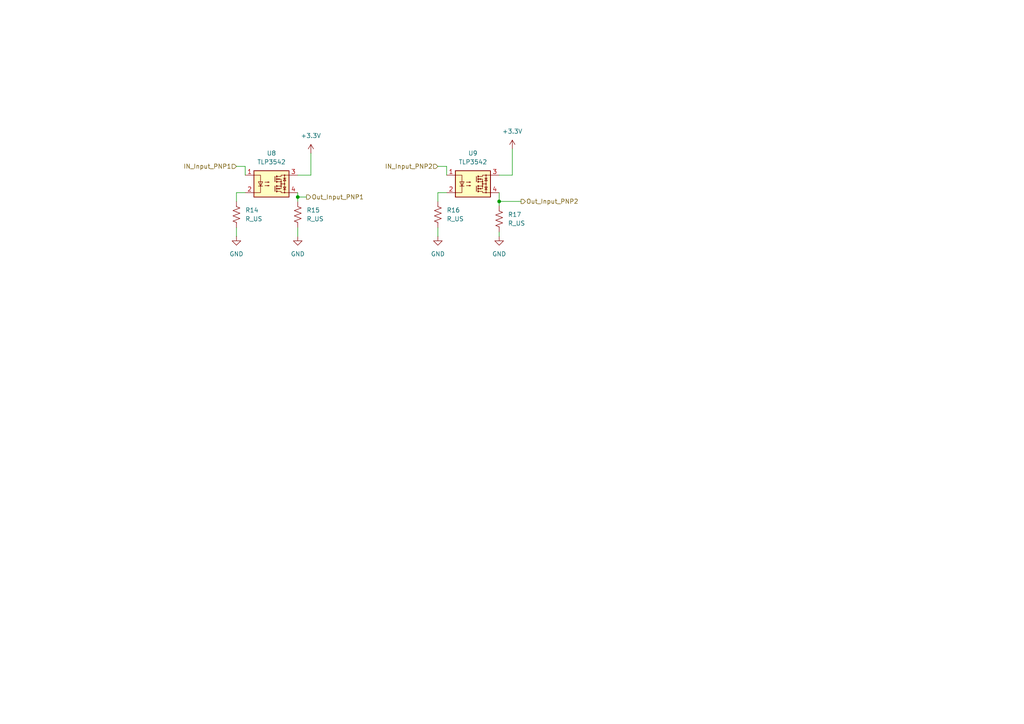
<source format=kicad_sch>
(kicad_sch
	(version 20250114)
	(generator "eeschema")
	(generator_version "9.0")
	(uuid "37ad42cf-50f1-4e75-9f87-f54ae3715310")
	(paper "A4")
	(lib_symbols
		(symbol "Device:R_US"
			(pin_numbers
				(hide yes)
			)
			(pin_names
				(offset 0)
			)
			(exclude_from_sim no)
			(in_bom yes)
			(on_board yes)
			(property "Reference" "R"
				(at 2.54 0 90)
				(effects
					(font
						(size 1.27 1.27)
					)
				)
			)
			(property "Value" "R_US"
				(at -2.54 0 90)
				(effects
					(font
						(size 1.27 1.27)
					)
				)
			)
			(property "Footprint" ""
				(at 1.016 -0.254 90)
				(effects
					(font
						(size 1.27 1.27)
					)
					(hide yes)
				)
			)
			(property "Datasheet" "~"
				(at 0 0 0)
				(effects
					(font
						(size 1.27 1.27)
					)
					(hide yes)
				)
			)
			(property "Description" "Resistor, US symbol"
				(at 0 0 0)
				(effects
					(font
						(size 1.27 1.27)
					)
					(hide yes)
				)
			)
			(property "ki_keywords" "R res resistor"
				(at 0 0 0)
				(effects
					(font
						(size 1.27 1.27)
					)
					(hide yes)
				)
			)
			(property "ki_fp_filters" "R_*"
				(at 0 0 0)
				(effects
					(font
						(size 1.27 1.27)
					)
					(hide yes)
				)
			)
			(symbol "R_US_0_1"
				(polyline
					(pts
						(xy 0 2.286) (xy 0 2.54)
					)
					(stroke
						(width 0)
						(type default)
					)
					(fill
						(type none)
					)
				)
				(polyline
					(pts
						(xy 0 2.286) (xy 1.016 1.905) (xy 0 1.524) (xy -1.016 1.143) (xy 0 0.762)
					)
					(stroke
						(width 0)
						(type default)
					)
					(fill
						(type none)
					)
				)
				(polyline
					(pts
						(xy 0 0.762) (xy 1.016 0.381) (xy 0 0) (xy -1.016 -0.381) (xy 0 -0.762)
					)
					(stroke
						(width 0)
						(type default)
					)
					(fill
						(type none)
					)
				)
				(polyline
					(pts
						(xy 0 -0.762) (xy 1.016 -1.143) (xy 0 -1.524) (xy -1.016 -1.905) (xy 0 -2.286)
					)
					(stroke
						(width 0)
						(type default)
					)
					(fill
						(type none)
					)
				)
				(polyline
					(pts
						(xy 0 -2.286) (xy 0 -2.54)
					)
					(stroke
						(width 0)
						(type default)
					)
					(fill
						(type none)
					)
				)
			)
			(symbol "R_US_1_1"
				(pin passive line
					(at 0 3.81 270)
					(length 1.27)
					(name "~"
						(effects
							(font
								(size 1.27 1.27)
							)
						)
					)
					(number "1"
						(effects
							(font
								(size 1.27 1.27)
							)
						)
					)
				)
				(pin passive line
					(at 0 -3.81 90)
					(length 1.27)
					(name "~"
						(effects
							(font
								(size 1.27 1.27)
							)
						)
					)
					(number "2"
						(effects
							(font
								(size 1.27 1.27)
							)
						)
					)
				)
			)
			(embedded_fonts no)
		)
		(symbol "TLP3542_1"
			(exclude_from_sim no)
			(in_bom yes)
			(on_board yes)
			(property "Reference" "U3"
				(at 0 8.89 0)
				(effects
					(font
						(size 1.27 1.27)
					)
				)
			)
			(property "Value" "TLP3542"
				(at 0 6.35 0)
				(effects
					(font
						(size 1.27 1.27)
					)
				)
			)
			(property "Footprint" "Package_SO:SOP-4_3.8x4.1mm_P2.54mm"
				(at 0 -7.62 0)
				(effects
					(font
						(size 1.27 1.27)
					)
					(hide yes)
				)
			)
			(property "Datasheet" "https://toshiba.semicon-storage.com/info/docget.jsp?did=1284&prodName=TLP3542"
				(at 0 0 0)
				(effects
					(font
						(size 1.27 1.27)
					)
					(hide yes)
				)
			)
			(property "Description" "Photo MOSFET optically coupled, ON 4A, 50mohm, OFF state 20V, Isolation 2500 VRMS, DIP-5-6"
				(at 0 0 0)
				(effects
					(font
						(size 1.27 1.27)
					)
					(hide yes)
				)
			)
			(property "ki_keywords" "photocouplers photorelay solidstate relay normally opened (1-Form-A)"
				(at 0 0 0)
				(effects
					(font
						(size 1.27 1.27)
					)
					(hide yes)
				)
			)
			(property "ki_fp_filters" "DIP*W7.62mm*"
				(at 0 0 0)
				(effects
					(font
						(size 1.27 1.27)
					)
					(hide yes)
				)
			)
			(symbol "TLP3542_1_0_1"
				(rectangle
					(start -5.08 3.81)
					(end 5.08 -3.81)
					(stroke
						(width 0.254)
						(type default)
					)
					(fill
						(type background)
					)
				)
				(polyline
					(pts
						(xy -5.08 2.54) (xy -3.175 2.54) (xy -3.175 -2.54) (xy -5.08 -2.54)
					)
					(stroke
						(width 0)
						(type default)
					)
					(fill
						(type none)
					)
				)
				(polyline
					(pts
						(xy -3.81 -0.635) (xy -2.54 -0.635)
					)
					(stroke
						(width 0)
						(type default)
					)
					(fill
						(type none)
					)
				)
				(polyline
					(pts
						(xy -3.175 -0.635) (xy -3.81 0.635) (xy -2.54 0.635) (xy -3.175 -0.635)
					)
					(stroke
						(width 0)
						(type default)
					)
					(fill
						(type none)
					)
				)
				(polyline
					(pts
						(xy -1.905 0.508) (xy -0.635 0.508) (xy -1.016 0.381) (xy -1.016 0.635) (xy -0.635 0.508)
					)
					(stroke
						(width 0)
						(type default)
					)
					(fill
						(type none)
					)
				)
				(polyline
					(pts
						(xy -1.905 -0.508) (xy -0.635 -0.508) (xy -1.016 -0.635) (xy -1.016 -0.381) (xy -0.635 -0.508)
					)
					(stroke
						(width 0)
						(type default)
					)
					(fill
						(type none)
					)
				)
				(polyline
					(pts
						(xy 1.016 2.159) (xy 1.016 0.635)
					)
					(stroke
						(width 0.2032)
						(type default)
					)
					(fill
						(type none)
					)
				)
				(polyline
					(pts
						(xy 1.016 -0.635) (xy 1.016 -2.159)
					)
					(stroke
						(width 0.2032)
						(type default)
					)
					(fill
						(type none)
					)
				)
				(polyline
					(pts
						(xy 1.524 2.286) (xy 1.524 2.032) (xy 1.524 2.032)
					)
					(stroke
						(width 0.3556)
						(type default)
					)
					(fill
						(type none)
					)
				)
				(polyline
					(pts
						(xy 1.524 1.524) (xy 1.524 1.27) (xy 1.524 1.27)
					)
					(stroke
						(width 0.3556)
						(type default)
					)
					(fill
						(type none)
					)
				)
				(polyline
					(pts
						(xy 1.524 0.762) (xy 1.524 0.508) (xy 1.524 0.508)
					)
					(stroke
						(width 0.3556)
						(type default)
					)
					(fill
						(type none)
					)
				)
				(polyline
					(pts
						(xy 1.524 -0.508) (xy 1.524 -0.762)
					)
					(stroke
						(width 0.3556)
						(type default)
					)
					(fill
						(type none)
					)
				)
				(polyline
					(pts
						(xy 1.524 -1.27) (xy 1.524 -1.524) (xy 1.524 -1.524)
					)
					(stroke
						(width 0.3556)
						(type default)
					)
					(fill
						(type none)
					)
				)
				(polyline
					(pts
						(xy 1.524 -2.032) (xy 1.524 -2.286) (xy 1.524 -2.286)
					)
					(stroke
						(width 0.3556)
						(type default)
					)
					(fill
						(type none)
					)
				)
				(polyline
					(pts
						(xy 1.651 2.159) (xy 2.794 2.159) (xy 2.794 2.54) (xy 5.08 2.54)
					)
					(stroke
						(width 0)
						(type default)
					)
					(fill
						(type none)
					)
				)
				(polyline
					(pts
						(xy 1.651 1.397) (xy 2.794 1.397) (xy 2.794 0.635)
					)
					(stroke
						(width 0)
						(type default)
					)
					(fill
						(type none)
					)
				)
				(polyline
					(pts
						(xy 1.651 -0.635) (xy 2.794 -0.635) (xy 2.794 0.635) (xy 1.651 0.635)
					)
					(stroke
						(width 0)
						(type default)
					)
					(fill
						(type none)
					)
				)
				(polyline
					(pts
						(xy 1.651 -1.397) (xy 2.794 -1.397) (xy 2.794 -0.635)
					)
					(stroke
						(width 0)
						(type default)
					)
					(fill
						(type none)
					)
				)
				(polyline
					(pts
						(xy 1.651 -2.159) (xy 2.794 -2.159) (xy 2.794 -2.54) (xy 5.08 -2.54)
					)
					(stroke
						(width 0)
						(type default)
					)
					(fill
						(type none)
					)
				)
				(polyline
					(pts
						(xy 1.778 1.397) (xy 2.286 1.524) (xy 2.286 1.27) (xy 1.778 1.397)
					)
					(stroke
						(width 0)
						(type default)
					)
					(fill
						(type none)
					)
				)
				(polyline
					(pts
						(xy 1.778 -1.397) (xy 2.286 -1.27) (xy 2.286 -1.524) (xy 1.778 -1.397)
					)
					(stroke
						(width 0)
						(type default)
					)
					(fill
						(type none)
					)
				)
				(circle
					(center 2.794 0.635)
					(radius 0.127)
					(stroke
						(width 0)
						(type default)
					)
					(fill
						(type none)
					)
				)
				(polyline
					(pts
						(xy 2.794 0) (xy 3.81 0)
					)
					(stroke
						(width 0)
						(type default)
					)
					(fill
						(type none)
					)
				)
				(circle
					(center 2.794 0)
					(radius 0.127)
					(stroke
						(width 0)
						(type default)
					)
					(fill
						(type none)
					)
				)
				(circle
					(center 2.794 -0.635)
					(radius 0.127)
					(stroke
						(width 0)
						(type default)
					)
					(fill
						(type none)
					)
				)
				(polyline
					(pts
						(xy 3.429 1.651) (xy 4.191 1.651)
					)
					(stroke
						(width 0)
						(type default)
					)
					(fill
						(type none)
					)
				)
				(polyline
					(pts
						(xy 3.429 -1.651) (xy 4.191 -1.651)
					)
					(stroke
						(width 0)
						(type default)
					)
					(fill
						(type none)
					)
				)
				(circle
					(center 3.81 2.54)
					(radius 0.127)
					(stroke
						(width 0)
						(type default)
					)
					(fill
						(type none)
					)
				)
				(polyline
					(pts
						(xy 3.81 1.651) (xy 3.429 0.889) (xy 4.191 0.889) (xy 3.81 1.651)
					)
					(stroke
						(width 0)
						(type default)
					)
					(fill
						(type none)
					)
				)
				(circle
					(center 3.81 0)
					(radius 0.127)
					(stroke
						(width 0)
						(type default)
					)
					(fill
						(type none)
					)
				)
				(polyline
					(pts
						(xy 3.81 -1.651) (xy 3.429 -0.889) (xy 4.191 -0.889) (xy 3.81 -1.651)
					)
					(stroke
						(width 0)
						(type default)
					)
					(fill
						(type none)
					)
				)
				(polyline
					(pts
						(xy 3.81 -2.54) (xy 3.81 2.54)
					)
					(stroke
						(width 0)
						(type default)
					)
					(fill
						(type none)
					)
				)
				(circle
					(center 3.81 -2.54)
					(radius 0.127)
					(stroke
						(width 0)
						(type default)
					)
					(fill
						(type none)
					)
				)
			)
			(symbol "TLP3542_1_1_1"
				(pin passive line
					(at -7.62 2.54 0)
					(length 2.54)
					(name "~"
						(effects
							(font
								(size 1.27 1.27)
							)
						)
					)
					(number "1"
						(effects
							(font
								(size 1.27 1.27)
							)
						)
					)
				)
				(pin passive line
					(at -7.62 -2.54 0)
					(length 2.54)
					(name "~"
						(effects
							(font
								(size 1.27 1.27)
							)
						)
					)
					(number "2"
						(effects
							(font
								(size 1.27 1.27)
							)
						)
					)
				)
				(pin no_connect line
					(at -5.08 0 0)
					(length 2.54)
					(hide yes)
					(name "~"
						(effects
							(font
								(size 1.27 1.27)
							)
						)
					)
					(number "3"
						(effects
							(font
								(size 1.27 1.27)
							)
						)
					)
				)
				(pin passive line
					(at 7.62 2.54 180)
					(length 2.54)
					(name "~"
						(effects
							(font
								(size 1.27 1.27)
							)
						)
					)
					(number "3"
						(effects
							(font
								(size 1.27 1.27)
							)
						)
					)
				)
				(pin passive line
					(at 7.62 -2.54 180)
					(length 2.54)
					(name "~"
						(effects
							(font
								(size 1.27 1.27)
							)
						)
					)
					(number "4"
						(effects
							(font
								(size 1.27 1.27)
							)
						)
					)
				)
			)
			(embedded_fonts no)
		)
		(symbol "TLP3542_2"
			(exclude_from_sim no)
			(in_bom yes)
			(on_board yes)
			(property "Reference" "U3"
				(at 0 8.89 0)
				(effects
					(font
						(size 1.27 1.27)
					)
				)
			)
			(property "Value" "TLP3542"
				(at 0 6.35 0)
				(effects
					(font
						(size 1.27 1.27)
					)
				)
			)
			(property "Footprint" "Package_SO:SOP-4_3.8x4.1mm_P2.54mm"
				(at 0 -7.62 0)
				(effects
					(font
						(size 1.27 1.27)
					)
					(hide yes)
				)
			)
			(property "Datasheet" "https://toshiba.semicon-storage.com/info/docget.jsp?did=1284&prodName=TLP3542"
				(at 0 0 0)
				(effects
					(font
						(size 1.27 1.27)
					)
					(hide yes)
				)
			)
			(property "Description" "Photo MOSFET optically coupled, ON 4A, 50mohm, OFF state 20V, Isolation 2500 VRMS, DIP-5-6"
				(at 0 0 0)
				(effects
					(font
						(size 1.27 1.27)
					)
					(hide yes)
				)
			)
			(property "ki_keywords" "photocouplers photorelay solidstate relay normally opened (1-Form-A)"
				(at 0 0 0)
				(effects
					(font
						(size 1.27 1.27)
					)
					(hide yes)
				)
			)
			(property "ki_fp_filters" "DIP*W7.62mm*"
				(at 0 0 0)
				(effects
					(font
						(size 1.27 1.27)
					)
					(hide yes)
				)
			)
			(symbol "TLP3542_2_0_1"
				(rectangle
					(start -5.08 3.81)
					(end 5.08 -3.81)
					(stroke
						(width 0.254)
						(type default)
					)
					(fill
						(type background)
					)
				)
				(polyline
					(pts
						(xy -5.08 2.54) (xy -3.175 2.54) (xy -3.175 -2.54) (xy -5.08 -2.54)
					)
					(stroke
						(width 0)
						(type default)
					)
					(fill
						(type none)
					)
				)
				(polyline
					(pts
						(xy -3.81 -0.635) (xy -2.54 -0.635)
					)
					(stroke
						(width 0)
						(type default)
					)
					(fill
						(type none)
					)
				)
				(polyline
					(pts
						(xy -3.175 -0.635) (xy -3.81 0.635) (xy -2.54 0.635) (xy -3.175 -0.635)
					)
					(stroke
						(width 0)
						(type default)
					)
					(fill
						(type none)
					)
				)
				(polyline
					(pts
						(xy -1.905 0.508) (xy -0.635 0.508) (xy -1.016 0.381) (xy -1.016 0.635) (xy -0.635 0.508)
					)
					(stroke
						(width 0)
						(type default)
					)
					(fill
						(type none)
					)
				)
				(polyline
					(pts
						(xy -1.905 -0.508) (xy -0.635 -0.508) (xy -1.016 -0.635) (xy -1.016 -0.381) (xy -0.635 -0.508)
					)
					(stroke
						(width 0)
						(type default)
					)
					(fill
						(type none)
					)
				)
				(polyline
					(pts
						(xy 1.016 2.159) (xy 1.016 0.635)
					)
					(stroke
						(width 0.2032)
						(type default)
					)
					(fill
						(type none)
					)
				)
				(polyline
					(pts
						(xy 1.016 -0.635) (xy 1.016 -2.159)
					)
					(stroke
						(width 0.2032)
						(type default)
					)
					(fill
						(type none)
					)
				)
				(polyline
					(pts
						(xy 1.524 2.286) (xy 1.524 2.032) (xy 1.524 2.032)
					)
					(stroke
						(width 0.3556)
						(type default)
					)
					(fill
						(type none)
					)
				)
				(polyline
					(pts
						(xy 1.524 1.524) (xy 1.524 1.27) (xy 1.524 1.27)
					)
					(stroke
						(width 0.3556)
						(type default)
					)
					(fill
						(type none)
					)
				)
				(polyline
					(pts
						(xy 1.524 0.762) (xy 1.524 0.508) (xy 1.524 0.508)
					)
					(stroke
						(width 0.3556)
						(type default)
					)
					(fill
						(type none)
					)
				)
				(polyline
					(pts
						(xy 1.524 -0.508) (xy 1.524 -0.762)
					)
					(stroke
						(width 0.3556)
						(type default)
					)
					(fill
						(type none)
					)
				)
				(polyline
					(pts
						(xy 1.524 -1.27) (xy 1.524 -1.524) (xy 1.524 -1.524)
					)
					(stroke
						(width 0.3556)
						(type default)
					)
					(fill
						(type none)
					)
				)
				(polyline
					(pts
						(xy 1.524 -2.032) (xy 1.524 -2.286) (xy 1.524 -2.286)
					)
					(stroke
						(width 0.3556)
						(type default)
					)
					(fill
						(type none)
					)
				)
				(polyline
					(pts
						(xy 1.651 2.159) (xy 2.794 2.159) (xy 2.794 2.54) (xy 5.08 2.54)
					)
					(stroke
						(width 0)
						(type default)
					)
					(fill
						(type none)
					)
				)
				(polyline
					(pts
						(xy 1.651 1.397) (xy 2.794 1.397) (xy 2.794 0.635)
					)
					(stroke
						(width 0)
						(type default)
					)
					(fill
						(type none)
					)
				)
				(polyline
					(pts
						(xy 1.651 -0.635) (xy 2.794 -0.635) (xy 2.794 0.635) (xy 1.651 0.635)
					)
					(stroke
						(width 0)
						(type default)
					)
					(fill
						(type none)
					)
				)
				(polyline
					(pts
						(xy 1.651 -1.397) (xy 2.794 -1.397) (xy 2.794 -0.635)
					)
					(stroke
						(width 0)
						(type default)
					)
					(fill
						(type none)
					)
				)
				(polyline
					(pts
						(xy 1.651 -2.159) (xy 2.794 -2.159) (xy 2.794 -2.54) (xy 5.08 -2.54)
					)
					(stroke
						(width 0)
						(type default)
					)
					(fill
						(type none)
					)
				)
				(polyline
					(pts
						(xy 1.778 1.397) (xy 2.286 1.524) (xy 2.286 1.27) (xy 1.778 1.397)
					)
					(stroke
						(width 0)
						(type default)
					)
					(fill
						(type none)
					)
				)
				(polyline
					(pts
						(xy 1.778 -1.397) (xy 2.286 -1.27) (xy 2.286 -1.524) (xy 1.778 -1.397)
					)
					(stroke
						(width 0)
						(type default)
					)
					(fill
						(type none)
					)
				)
				(circle
					(center 2.794 0.635)
					(radius 0.127)
					(stroke
						(width 0)
						(type default)
					)
					(fill
						(type none)
					)
				)
				(polyline
					(pts
						(xy 2.794 0) (xy 3.81 0)
					)
					(stroke
						(width 0)
						(type default)
					)
					(fill
						(type none)
					)
				)
				(circle
					(center 2.794 0)
					(radius 0.127)
					(stroke
						(width 0)
						(type default)
					)
					(fill
						(type none)
					)
				)
				(circle
					(center 2.794 -0.635)
					(radius 0.127)
					(stroke
						(width 0)
						(type default)
					)
					(fill
						(type none)
					)
				)
				(polyline
					(pts
						(xy 3.429 1.651) (xy 4.191 1.651)
					)
					(stroke
						(width 0)
						(type default)
					)
					(fill
						(type none)
					)
				)
				(polyline
					(pts
						(xy 3.429 -1.651) (xy 4.191 -1.651)
					)
					(stroke
						(width 0)
						(type default)
					)
					(fill
						(type none)
					)
				)
				(circle
					(center 3.81 2.54)
					(radius 0.127)
					(stroke
						(width 0)
						(type default)
					)
					(fill
						(type none)
					)
				)
				(polyline
					(pts
						(xy 3.81 1.651) (xy 3.429 0.889) (xy 4.191 0.889) (xy 3.81 1.651)
					)
					(stroke
						(width 0)
						(type default)
					)
					(fill
						(type none)
					)
				)
				(circle
					(center 3.81 0)
					(radius 0.127)
					(stroke
						(width 0)
						(type default)
					)
					(fill
						(type none)
					)
				)
				(polyline
					(pts
						(xy 3.81 -1.651) (xy 3.429 -0.889) (xy 4.191 -0.889) (xy 3.81 -1.651)
					)
					(stroke
						(width 0)
						(type default)
					)
					(fill
						(type none)
					)
				)
				(polyline
					(pts
						(xy 3.81 -2.54) (xy 3.81 2.54)
					)
					(stroke
						(width 0)
						(type default)
					)
					(fill
						(type none)
					)
				)
				(circle
					(center 3.81 -2.54)
					(radius 0.127)
					(stroke
						(width 0)
						(type default)
					)
					(fill
						(type none)
					)
				)
			)
			(symbol "TLP3542_2_1_1"
				(pin passive line
					(at -7.62 2.54 0)
					(length 2.54)
					(name "~"
						(effects
							(font
								(size 1.27 1.27)
							)
						)
					)
					(number "1"
						(effects
							(font
								(size 1.27 1.27)
							)
						)
					)
				)
				(pin passive line
					(at -7.62 -2.54 0)
					(length 2.54)
					(name "~"
						(effects
							(font
								(size 1.27 1.27)
							)
						)
					)
					(number "2"
						(effects
							(font
								(size 1.27 1.27)
							)
						)
					)
				)
				(pin no_connect line
					(at -5.08 0 0)
					(length 2.54)
					(hide yes)
					(name "~"
						(effects
							(font
								(size 1.27 1.27)
							)
						)
					)
					(number "3"
						(effects
							(font
								(size 1.27 1.27)
							)
						)
					)
				)
				(pin passive line
					(at 7.62 2.54 180)
					(length 2.54)
					(name "~"
						(effects
							(font
								(size 1.27 1.27)
							)
						)
					)
					(number "3"
						(effects
							(font
								(size 1.27 1.27)
							)
						)
					)
				)
				(pin passive line
					(at 7.62 -2.54 180)
					(length 2.54)
					(name "~"
						(effects
							(font
								(size 1.27 1.27)
							)
						)
					)
					(number "4"
						(effects
							(font
								(size 1.27 1.27)
							)
						)
					)
				)
			)
			(embedded_fonts no)
		)
		(symbol "power:+3.3V"
			(power)
			(pin_numbers
				(hide yes)
			)
			(pin_names
				(offset 0)
				(hide yes)
			)
			(exclude_from_sim no)
			(in_bom yes)
			(on_board yes)
			(property "Reference" "#PWR"
				(at 0 -3.81 0)
				(effects
					(font
						(size 1.27 1.27)
					)
					(hide yes)
				)
			)
			(property "Value" "+3.3V"
				(at 0 3.556 0)
				(effects
					(font
						(size 1.27 1.27)
					)
				)
			)
			(property "Footprint" ""
				(at 0 0 0)
				(effects
					(font
						(size 1.27 1.27)
					)
					(hide yes)
				)
			)
			(property "Datasheet" ""
				(at 0 0 0)
				(effects
					(font
						(size 1.27 1.27)
					)
					(hide yes)
				)
			)
			(property "Description" "Power symbol creates a global label with name \"+3.3V\""
				(at 0 0 0)
				(effects
					(font
						(size 1.27 1.27)
					)
					(hide yes)
				)
			)
			(property "ki_keywords" "global power"
				(at 0 0 0)
				(effects
					(font
						(size 1.27 1.27)
					)
					(hide yes)
				)
			)
			(symbol "+3.3V_0_1"
				(polyline
					(pts
						(xy -0.762 1.27) (xy 0 2.54)
					)
					(stroke
						(width 0)
						(type default)
					)
					(fill
						(type none)
					)
				)
				(polyline
					(pts
						(xy 0 2.54) (xy 0.762 1.27)
					)
					(stroke
						(width 0)
						(type default)
					)
					(fill
						(type none)
					)
				)
				(polyline
					(pts
						(xy 0 0) (xy 0 2.54)
					)
					(stroke
						(width 0)
						(type default)
					)
					(fill
						(type none)
					)
				)
			)
			(symbol "+3.3V_1_1"
				(pin power_in line
					(at 0 0 90)
					(length 0)
					(name "~"
						(effects
							(font
								(size 1.27 1.27)
							)
						)
					)
					(number "1"
						(effects
							(font
								(size 1.27 1.27)
							)
						)
					)
				)
			)
			(embedded_fonts no)
		)
		(symbol "power:GND"
			(power)
			(pin_numbers
				(hide yes)
			)
			(pin_names
				(offset 0)
				(hide yes)
			)
			(exclude_from_sim no)
			(in_bom yes)
			(on_board yes)
			(property "Reference" "#PWR"
				(at 0 -6.35 0)
				(effects
					(font
						(size 1.27 1.27)
					)
					(hide yes)
				)
			)
			(property "Value" "GND"
				(at 0 -3.81 0)
				(effects
					(font
						(size 1.27 1.27)
					)
				)
			)
			(property "Footprint" ""
				(at 0 0 0)
				(effects
					(font
						(size 1.27 1.27)
					)
					(hide yes)
				)
			)
			(property "Datasheet" ""
				(at 0 0 0)
				(effects
					(font
						(size 1.27 1.27)
					)
					(hide yes)
				)
			)
			(property "Description" "Power symbol creates a global label with name \"GND\" , ground"
				(at 0 0 0)
				(effects
					(font
						(size 1.27 1.27)
					)
					(hide yes)
				)
			)
			(property "ki_keywords" "global power"
				(at 0 0 0)
				(effects
					(font
						(size 1.27 1.27)
					)
					(hide yes)
				)
			)
			(symbol "GND_0_1"
				(polyline
					(pts
						(xy 0 0) (xy 0 -1.27) (xy 1.27 -1.27) (xy 0 -2.54) (xy -1.27 -1.27) (xy 0 -1.27)
					)
					(stroke
						(width 0)
						(type default)
					)
					(fill
						(type none)
					)
				)
			)
			(symbol "GND_1_1"
				(pin power_in line
					(at 0 0 270)
					(length 0)
					(name "~"
						(effects
							(font
								(size 1.27 1.27)
							)
						)
					)
					(number "1"
						(effects
							(font
								(size 1.27 1.27)
							)
						)
					)
				)
			)
			(embedded_fonts no)
		)
	)
	(junction
		(at 86.36 57.15)
		(diameter 0)
		(color 0 0 0 0)
		(uuid "42d36088-8259-4591-a329-588a90b5911e")
	)
	(junction
		(at 144.78 58.42)
		(diameter 0)
		(color 0 0 0 0)
		(uuid "900105a4-ab2e-4998-baf2-1ed6d1f45010")
	)
	(wire
		(pts
			(xy 86.36 57.15) (xy 88.9 57.15)
		)
		(stroke
			(width 0)
			(type default)
		)
		(uuid "0c423c32-2183-48d4-9bbc-0761090ac006")
	)
	(wire
		(pts
			(xy 71.12 55.88) (xy 68.58 55.88)
		)
		(stroke
			(width 0)
			(type default)
		)
		(uuid "176b50ed-3d97-4202-bdb0-782e3ebd4366")
	)
	(wire
		(pts
			(xy 129.54 50.8) (xy 129.54 48.26)
		)
		(stroke
			(width 0)
			(type default)
		)
		(uuid "23c97e3e-7c8d-4c0f-94ee-7175dea7cbf3")
	)
	(wire
		(pts
			(xy 144.78 55.88) (xy 144.78 58.42)
		)
		(stroke
			(width 0)
			(type default)
		)
		(uuid "3857bd86-858d-441a-a79b-27d3a190c2b9")
	)
	(wire
		(pts
			(xy 144.78 67.31) (xy 144.78 68.58)
		)
		(stroke
			(width 0)
			(type default)
		)
		(uuid "4b5a4a46-fb44-4f3c-9567-11ec69f6b075")
	)
	(wire
		(pts
			(xy 127 55.88) (xy 127 58.42)
		)
		(stroke
			(width 0)
			(type default)
		)
		(uuid "4da0e19a-99dd-4598-a8a0-d08362f34737")
	)
	(wire
		(pts
			(xy 86.36 57.15) (xy 86.36 58.42)
		)
		(stroke
			(width 0)
			(type default)
		)
		(uuid "5dea6138-1fbb-4bfa-9c9b-5dcdc94ca9a5")
	)
	(wire
		(pts
			(xy 129.54 55.88) (xy 127 55.88)
		)
		(stroke
			(width 0)
			(type default)
		)
		(uuid "63a32587-1b6b-4dad-98d4-c86be5d854cc")
	)
	(wire
		(pts
			(xy 129.54 48.26) (xy 127 48.26)
		)
		(stroke
			(width 0)
			(type default)
		)
		(uuid "7a68f801-d852-4b67-9bee-d8545af5f2e7")
	)
	(wire
		(pts
			(xy 144.78 58.42) (xy 151.13 58.42)
		)
		(stroke
			(width 0)
			(type default)
		)
		(uuid "841039e5-3686-4f28-9336-612600522eec")
	)
	(wire
		(pts
			(xy 71.12 50.8) (xy 71.12 48.26)
		)
		(stroke
			(width 0)
			(type default)
		)
		(uuid "84d0ac18-a8de-4c9f-9e39-83feeeb7a626")
	)
	(wire
		(pts
			(xy 71.12 48.26) (xy 68.58 48.26)
		)
		(stroke
			(width 0)
			(type default)
		)
		(uuid "96dfe910-a222-42f9-b47a-1104c71baa5b")
	)
	(wire
		(pts
			(xy 90.17 50.8) (xy 86.36 50.8)
		)
		(stroke
			(width 0)
			(type default)
		)
		(uuid "b5dc6c1d-6409-43ad-bcd6-5210df74d9f9")
	)
	(wire
		(pts
			(xy 68.58 55.88) (xy 68.58 58.42)
		)
		(stroke
			(width 0)
			(type default)
		)
		(uuid "b7e04747-3446-47c3-bff1-dff9115cc16c")
	)
	(wire
		(pts
			(xy 86.36 55.88) (xy 86.36 57.15)
		)
		(stroke
			(width 0)
			(type default)
		)
		(uuid "e2cf2663-ff79-4e75-9497-bfed69ab1cfb")
	)
	(wire
		(pts
			(xy 148.59 50.8) (xy 144.78 50.8)
		)
		(stroke
			(width 0)
			(type default)
		)
		(uuid "e34fc15b-6a9f-4615-835d-7fa12b705752")
	)
	(wire
		(pts
			(xy 127 66.04) (xy 127 68.58)
		)
		(stroke
			(width 0)
			(type default)
		)
		(uuid "e5fb5333-0d30-4e34-adb4-575a2e450588")
	)
	(wire
		(pts
			(xy 148.59 43.18) (xy 148.59 50.8)
		)
		(stroke
			(width 0)
			(type default)
		)
		(uuid "ead27c04-2898-4c80-a7d4-51400a238a6d")
	)
	(wire
		(pts
			(xy 68.58 66.04) (xy 68.58 68.58)
		)
		(stroke
			(width 0)
			(type default)
		)
		(uuid "f00ab264-6d14-4447-a6fe-1289f91738e7")
	)
	(wire
		(pts
			(xy 90.17 44.45) (xy 90.17 50.8)
		)
		(stroke
			(width 0)
			(type default)
		)
		(uuid "f242876a-6232-45ea-907a-415d0818fa24")
	)
	(wire
		(pts
			(xy 86.36 68.58) (xy 86.36 66.04)
		)
		(stroke
			(width 0)
			(type default)
		)
		(uuid "fa7f3eb7-a425-48be-8328-d29149163a2e")
	)
	(wire
		(pts
			(xy 144.78 58.42) (xy 144.78 59.69)
		)
		(stroke
			(width 0)
			(type default)
		)
		(uuid "fe55cb5c-2302-4204-a1ba-324d32c10ae3")
	)
	(hierarchical_label "Out_Input_PNP1"
		(shape output)
		(at 88.9 57.15 0)
		(effects
			(font
				(size 1.27 1.27)
			)
			(justify left)
		)
		(uuid "80ffc2e1-cdde-4bf2-93cf-15b6b5518d13")
	)
	(hierarchical_label "IN_Input_PNP2"
		(shape input)
		(at 127 48.26 180)
		(effects
			(font
				(size 1.27 1.27)
			)
			(justify right)
		)
		(uuid "88696d0f-402c-46d7-bb73-f3c62faeec4a")
	)
	(hierarchical_label "Out_Input_PNP2"
		(shape output)
		(at 151.13 58.42 0)
		(effects
			(font
				(size 1.27 1.27)
			)
			(justify left)
		)
		(uuid "9d720a60-8475-4b4f-ac86-7e13fd367dc8")
	)
	(hierarchical_label "IN_Input_PNP1"
		(shape input)
		(at 68.58 48.26 180)
		(effects
			(font
				(size 1.27 1.27)
			)
			(justify right)
		)
		(uuid "c14d16a4-8c9d-4269-afe5-ff1186125d67")
	)
	(symbol
		(lib_id "power:GND")
		(at 68.58 68.58 0)
		(unit 1)
		(exclude_from_sim no)
		(in_bom yes)
		(on_board yes)
		(dnp no)
		(fields_autoplaced yes)
		(uuid "045ebbe4-c507-4b1c-8b08-8326d715817d")
		(property "Reference" "#PWR037"
			(at 68.58 74.93 0)
			(effects
				(font
					(size 1.27 1.27)
				)
				(hide yes)
			)
		)
		(property "Value" "GND"
			(at 68.58 73.66 0)
			(effects
				(font
					(size 1.27 1.27)
				)
			)
		)
		(property "Footprint" ""
			(at 68.58 68.58 0)
			(effects
				(font
					(size 1.27 1.27)
				)
				(hide yes)
			)
		)
		(property "Datasheet" ""
			(at 68.58 68.58 0)
			(effects
				(font
					(size 1.27 1.27)
				)
				(hide yes)
			)
		)
		(property "Description" "Power symbol creates a global label with name \"GND\" , ground"
			(at 68.58 68.58 0)
			(effects
				(font
					(size 1.27 1.27)
				)
				(hide yes)
			)
		)
		(pin "1"
			(uuid "51d80fae-9335-4bb3-84fd-98fe3474263c")
		)
		(instances
			(project "ZorionX-Nivara"
				(path "/ae5c9891-8291-492e-8a61-8ac340267b67/d47eca49-96e4-4138-8979-47bb60019f67/d568cb68-ad72-47c9-9506-09ca38a70da3"
					(reference "#PWR037")
					(unit 1)
				)
			)
		)
	)
	(symbol
		(lib_name "TLP3542_2")
		(lib_id "Relay_SolidState:TLP3542")
		(at 137.16 53.34 0)
		(unit 1)
		(exclude_from_sim no)
		(in_bom yes)
		(on_board yes)
		(dnp no)
		(fields_autoplaced yes)
		(uuid "11f50f91-9527-45b3-85e8-6f175eab268e")
		(property "Reference" "U9"
			(at 137.16 44.45 0)
			(effects
				(font
					(size 1.27 1.27)
				)
			)
		)
		(property "Value" "TLP3542"
			(at 137.16 46.99 0)
			(effects
				(font
					(size 1.27 1.27)
				)
			)
		)
		(property "Footprint" "Package_SO:SOP-4_3.8x4.1mm_P2.54mm"
			(at 137.16 60.96 0)
			(effects
				(font
					(size 1.27 1.27)
				)
				(hide yes)
			)
		)
		(property "Datasheet" "https://toshiba.semicon-storage.com/info/docget.jsp?did=1284&prodName=TLP3542"
			(at 137.16 53.34 0)
			(effects
				(font
					(size 1.27 1.27)
				)
				(hide yes)
			)
		)
		(property "Description" "Photo MOSFET optically coupled, ON 4A, 50mohm, OFF state 20V, Isolation 2500 VRMS, DIP-5-6"
			(at 137.16 53.34 0)
			(effects
				(font
					(size 1.27 1.27)
				)
				(hide yes)
			)
		)
		(pin "3"
			(uuid "60b2d45c-0972-4ccd-8c43-216da029e1ad")
		)
		(pin "2"
			(uuid "fb7110ae-9638-4c3b-ae2b-6a04de78f9c4")
		)
		(pin "4"
			(uuid "e0fd3477-c040-4474-8241-b85557aa50aa")
		)
		(pin "3"
			(uuid "33a33663-4972-4e47-b5dc-68abd2d45b02")
		)
		(pin "1"
			(uuid "29bc8a1b-3bda-47ae-86e0-6885575464a7")
		)
		(instances
			(project "ZorionX-Nivara_V1.4"
				(path "/ae5c9891-8291-492e-8a61-8ac340267b67/d47eca49-96e4-4138-8979-47bb60019f67/d568cb68-ad72-47c9-9506-09ca38a70da3"
					(reference "U9")
					(unit 1)
				)
			)
		)
	)
	(symbol
		(lib_id "power:GND")
		(at 127 68.58 0)
		(unit 1)
		(exclude_from_sim no)
		(in_bom yes)
		(on_board yes)
		(dnp no)
		(fields_autoplaced yes)
		(uuid "3d758627-3b6d-4380-aa22-b11a22081a8b")
		(property "Reference" "#PWR040"
			(at 127 74.93 0)
			(effects
				(font
					(size 1.27 1.27)
				)
				(hide yes)
			)
		)
		(property "Value" "GND"
			(at 127 73.66 0)
			(effects
				(font
					(size 1.27 1.27)
				)
			)
		)
		(property "Footprint" ""
			(at 127 68.58 0)
			(effects
				(font
					(size 1.27 1.27)
				)
				(hide yes)
			)
		)
		(property "Datasheet" ""
			(at 127 68.58 0)
			(effects
				(font
					(size 1.27 1.27)
				)
				(hide yes)
			)
		)
		(property "Description" "Power symbol creates a global label with name \"GND\" , ground"
			(at 127 68.58 0)
			(effects
				(font
					(size 1.27 1.27)
				)
				(hide yes)
			)
		)
		(pin "1"
			(uuid "c2276496-f6b1-4360-965b-e084177f01ff")
		)
		(instances
			(project "ZorionX-Nivara"
				(path "/ae5c9891-8291-492e-8a61-8ac340267b67/d47eca49-96e4-4138-8979-47bb60019f67/d568cb68-ad72-47c9-9506-09ca38a70da3"
					(reference "#PWR040")
					(unit 1)
				)
			)
		)
	)
	(symbol
		(lib_id "Device:R_US")
		(at 86.36 62.23 0)
		(unit 1)
		(exclude_from_sim no)
		(in_bom yes)
		(on_board yes)
		(dnp no)
		(fields_autoplaced yes)
		(uuid "592ddab8-117a-4d88-a865-172836f6e013")
		(property "Reference" "R15"
			(at 88.9 60.9599 0)
			(effects
				(font
					(size 1.27 1.27)
				)
				(justify left)
			)
		)
		(property "Value" "R_US"
			(at 88.9 63.4999 0)
			(effects
				(font
					(size 1.27 1.27)
				)
				(justify left)
			)
		)
		(property "Footprint" "Resistor_SMD:R_0603_1608Metric"
			(at 87.376 62.484 90)
			(effects
				(font
					(size 1.27 1.27)
				)
				(hide yes)
			)
		)
		(property "Datasheet" "~"
			(at 86.36 62.23 0)
			(effects
				(font
					(size 1.27 1.27)
				)
				(hide yes)
			)
		)
		(property "Description" "Resistor, US symbol"
			(at 86.36 62.23 0)
			(effects
				(font
					(size 1.27 1.27)
				)
				(hide yes)
			)
		)
		(pin "2"
			(uuid "9e5650dc-144e-474e-bf8d-e82a860d1400")
		)
		(pin "1"
			(uuid "12c77bbf-8c3f-4136-abf7-7dc6d8f90153")
		)
		(instances
			(project "ZorionX-Nivara"
				(path "/ae5c9891-8291-492e-8a61-8ac340267b67/d47eca49-96e4-4138-8979-47bb60019f67/d568cb68-ad72-47c9-9506-09ca38a70da3"
					(reference "R15")
					(unit 1)
				)
			)
		)
	)
	(symbol
		(lib_id "Device:R_US")
		(at 68.58 62.23 0)
		(unit 1)
		(exclude_from_sim no)
		(in_bom yes)
		(on_board yes)
		(dnp no)
		(fields_autoplaced yes)
		(uuid "6fe766cb-1847-4603-9f1b-1ae422a605b9")
		(property "Reference" "R14"
			(at 71.12 60.9599 0)
			(effects
				(font
					(size 1.27 1.27)
				)
				(justify left)
			)
		)
		(property "Value" "R_US"
			(at 71.12 63.4999 0)
			(effects
				(font
					(size 1.27 1.27)
				)
				(justify left)
			)
		)
		(property "Footprint" "Resistor_SMD:R_0603_1608Metric"
			(at 69.596 62.484 90)
			(effects
				(font
					(size 1.27 1.27)
				)
				(hide yes)
			)
		)
		(property "Datasheet" "~"
			(at 68.58 62.23 0)
			(effects
				(font
					(size 1.27 1.27)
				)
				(hide yes)
			)
		)
		(property "Description" "Resistor, US symbol"
			(at 68.58 62.23 0)
			(effects
				(font
					(size 1.27 1.27)
				)
				(hide yes)
			)
		)
		(pin "2"
			(uuid "19701fd9-6f5f-47bd-aa60-5922183426a4")
		)
		(pin "1"
			(uuid "0e1c1826-5b20-4513-905e-b63bc83f0f06")
		)
		(instances
			(project "ZorionX-Nivara"
				(path "/ae5c9891-8291-492e-8a61-8ac340267b67/d47eca49-96e4-4138-8979-47bb60019f67/d568cb68-ad72-47c9-9506-09ca38a70da3"
					(reference "R14")
					(unit 1)
				)
			)
		)
	)
	(symbol
		(lib_name "TLP3542_1")
		(lib_id "Relay_SolidState:TLP3542")
		(at 78.74 53.34 0)
		(unit 1)
		(exclude_from_sim no)
		(in_bom yes)
		(on_board yes)
		(dnp no)
		(fields_autoplaced yes)
		(uuid "7c01676f-f8f3-4fbc-8523-13a33ebb06d5")
		(property "Reference" "U8"
			(at 78.74 44.45 0)
			(effects
				(font
					(size 1.27 1.27)
				)
			)
		)
		(property "Value" "TLP3542"
			(at 78.74 46.99 0)
			(effects
				(font
					(size 1.27 1.27)
				)
			)
		)
		(property "Footprint" "Package_SO:SOP-4_3.8x4.1mm_P2.54mm"
			(at 78.74 60.96 0)
			(effects
				(font
					(size 1.27 1.27)
				)
				(hide yes)
			)
		)
		(property "Datasheet" "https://toshiba.semicon-storage.com/info/docget.jsp?did=1284&prodName=TLP3542"
			(at 78.74 53.34 0)
			(effects
				(font
					(size 1.27 1.27)
				)
				(hide yes)
			)
		)
		(property "Description" "Photo MOSFET optically coupled, ON 4A, 50mohm, OFF state 20V, Isolation 2500 VRMS, DIP-5-6"
			(at 78.74 53.34 0)
			(effects
				(font
					(size 1.27 1.27)
				)
				(hide yes)
			)
		)
		(pin "3"
			(uuid "85f46f6f-1d39-4ea2-a9f4-5d628469d46c")
		)
		(pin "2"
			(uuid "37f90659-71a9-4ab8-a362-5bf155ca6827")
		)
		(pin "4"
			(uuid "4e893c07-20e9-4e93-a7ab-8fda4f7995f2")
		)
		(pin "3"
			(uuid "37ad3e59-3cb5-4dc7-b2ae-14177705487f")
		)
		(pin "1"
			(uuid "48ce863d-3a25-4131-9ca5-0caaeea782a0")
		)
		(instances
			(project "ZorionX-Nivara_V1.4"
				(path "/ae5c9891-8291-492e-8a61-8ac340267b67/d47eca49-96e4-4138-8979-47bb60019f67/d568cb68-ad72-47c9-9506-09ca38a70da3"
					(reference "U8")
					(unit 1)
				)
			)
		)
	)
	(symbol
		(lib_id "power:GND")
		(at 86.36 68.58 0)
		(unit 1)
		(exclude_from_sim no)
		(in_bom yes)
		(on_board yes)
		(dnp no)
		(fields_autoplaced yes)
		(uuid "85a826b2-eabf-42c1-bfd4-809948bae927")
		(property "Reference" "#PWR038"
			(at 86.36 74.93 0)
			(effects
				(font
					(size 1.27 1.27)
				)
				(hide yes)
			)
		)
		(property "Value" "GND"
			(at 86.36 73.66 0)
			(effects
				(font
					(size 1.27 1.27)
				)
			)
		)
		(property "Footprint" ""
			(at 86.36 68.58 0)
			(effects
				(font
					(size 1.27 1.27)
				)
				(hide yes)
			)
		)
		(property "Datasheet" ""
			(at 86.36 68.58 0)
			(effects
				(font
					(size 1.27 1.27)
				)
				(hide yes)
			)
		)
		(property "Description" "Power symbol creates a global label with name \"GND\" , ground"
			(at 86.36 68.58 0)
			(effects
				(font
					(size 1.27 1.27)
				)
				(hide yes)
			)
		)
		(pin "1"
			(uuid "9b43769a-d4a6-473f-8908-b412676dd73b")
		)
		(instances
			(project "ZorionX-Nivara"
				(path "/ae5c9891-8291-492e-8a61-8ac340267b67/d47eca49-96e4-4138-8979-47bb60019f67/d568cb68-ad72-47c9-9506-09ca38a70da3"
					(reference "#PWR038")
					(unit 1)
				)
			)
		)
	)
	(symbol
		(lib_id "Device:R_US")
		(at 127 62.23 0)
		(unit 1)
		(exclude_from_sim no)
		(in_bom yes)
		(on_board yes)
		(dnp no)
		(fields_autoplaced yes)
		(uuid "8bce07a6-73bb-4873-8d9a-a769ffd1cb34")
		(property "Reference" "R16"
			(at 129.54 60.9599 0)
			(effects
				(font
					(size 1.27 1.27)
				)
				(justify left)
			)
		)
		(property "Value" "R_US"
			(at 129.54 63.4999 0)
			(effects
				(font
					(size 1.27 1.27)
				)
				(justify left)
			)
		)
		(property "Footprint" "Resistor_SMD:R_0603_1608Metric"
			(at 128.016 62.484 90)
			(effects
				(font
					(size 1.27 1.27)
				)
				(hide yes)
			)
		)
		(property "Datasheet" "~"
			(at 127 62.23 0)
			(effects
				(font
					(size 1.27 1.27)
				)
				(hide yes)
			)
		)
		(property "Description" "Resistor, US symbol"
			(at 127 62.23 0)
			(effects
				(font
					(size 1.27 1.27)
				)
				(hide yes)
			)
		)
		(pin "2"
			(uuid "8a44c52e-9a3f-4c23-80fc-9e2dc22c2fae")
		)
		(pin "1"
			(uuid "b1adcf63-1099-43dd-a6fb-580456e4092b")
		)
		(instances
			(project "ZorionX-Nivara"
				(path "/ae5c9891-8291-492e-8a61-8ac340267b67/d47eca49-96e4-4138-8979-47bb60019f67/d568cb68-ad72-47c9-9506-09ca38a70da3"
					(reference "R16")
					(unit 1)
				)
			)
		)
	)
	(symbol
		(lib_id "power:GND")
		(at 144.78 68.58 0)
		(unit 1)
		(exclude_from_sim no)
		(in_bom yes)
		(on_board yes)
		(dnp no)
		(fields_autoplaced yes)
		(uuid "a3e2eeac-0f03-499c-a2a7-817987c49520")
		(property "Reference" "#PWR041"
			(at 144.78 74.93 0)
			(effects
				(font
					(size 1.27 1.27)
				)
				(hide yes)
			)
		)
		(property "Value" "GND"
			(at 144.78 73.66 0)
			(effects
				(font
					(size 1.27 1.27)
				)
			)
		)
		(property "Footprint" ""
			(at 144.78 68.58 0)
			(effects
				(font
					(size 1.27 1.27)
				)
				(hide yes)
			)
		)
		(property "Datasheet" ""
			(at 144.78 68.58 0)
			(effects
				(font
					(size 1.27 1.27)
				)
				(hide yes)
			)
		)
		(property "Description" "Power symbol creates a global label with name \"GND\" , ground"
			(at 144.78 68.58 0)
			(effects
				(font
					(size 1.27 1.27)
				)
				(hide yes)
			)
		)
		(pin "1"
			(uuid "96f36350-44fd-4ddf-be1c-88ac0893c8ef")
		)
		(instances
			(project "ZorionX-Nivara"
				(path "/ae5c9891-8291-492e-8a61-8ac340267b67/d47eca49-96e4-4138-8979-47bb60019f67/d568cb68-ad72-47c9-9506-09ca38a70da3"
					(reference "#PWR041")
					(unit 1)
				)
			)
		)
	)
	(symbol
		(lib_id "power:+3.3V")
		(at 90.17 44.45 0)
		(unit 1)
		(exclude_from_sim no)
		(in_bom yes)
		(on_board yes)
		(dnp no)
		(fields_autoplaced yes)
		(uuid "c00baf78-c303-4a48-b4f2-597e769e8576")
		(property "Reference" "#PWR039"
			(at 90.17 48.26 0)
			(effects
				(font
					(size 1.27 1.27)
				)
				(hide yes)
			)
		)
		(property "Value" "+3.3V"
			(at 90.17 39.37 0)
			(effects
				(font
					(size 1.27 1.27)
				)
			)
		)
		(property "Footprint" ""
			(at 90.17 44.45 0)
			(effects
				(font
					(size 1.27 1.27)
				)
				(hide yes)
			)
		)
		(property "Datasheet" ""
			(at 90.17 44.45 0)
			(effects
				(font
					(size 1.27 1.27)
				)
				(hide yes)
			)
		)
		(property "Description" "Power symbol creates a global label with name \"+3.3V\""
			(at 90.17 44.45 0)
			(effects
				(font
					(size 1.27 1.27)
				)
				(hide yes)
			)
		)
		(pin "1"
			(uuid "28f67b68-1611-4376-8d36-15bb979e2fc1")
		)
		(instances
			(project "ZorionX-Nivara_V1.4"
				(path "/ae5c9891-8291-492e-8a61-8ac340267b67/d47eca49-96e4-4138-8979-47bb60019f67/d568cb68-ad72-47c9-9506-09ca38a70da3"
					(reference "#PWR039")
					(unit 1)
				)
			)
		)
	)
	(symbol
		(lib_id "Device:R_US")
		(at 144.78 63.5 0)
		(unit 1)
		(exclude_from_sim no)
		(in_bom yes)
		(on_board yes)
		(dnp no)
		(fields_autoplaced yes)
		(uuid "d7688a6c-ecbc-4e5c-bc5e-4132934302bd")
		(property "Reference" "R17"
			(at 147.32 62.2299 0)
			(effects
				(font
					(size 1.27 1.27)
				)
				(justify left)
			)
		)
		(property "Value" "R_US"
			(at 147.32 64.7699 0)
			(effects
				(font
					(size 1.27 1.27)
				)
				(justify left)
			)
		)
		(property "Footprint" "Resistor_SMD:R_0603_1608Metric"
			(at 145.796 63.754 90)
			(effects
				(font
					(size 1.27 1.27)
				)
				(hide yes)
			)
		)
		(property "Datasheet" "~"
			(at 144.78 63.5 0)
			(effects
				(font
					(size 1.27 1.27)
				)
				(hide yes)
			)
		)
		(property "Description" "Resistor, US symbol"
			(at 144.78 63.5 0)
			(effects
				(font
					(size 1.27 1.27)
				)
				(hide yes)
			)
		)
		(pin "2"
			(uuid "8c48be19-e15e-411d-a661-8f9e02df3317")
		)
		(pin "1"
			(uuid "bb6cd339-235f-42f2-9477-b5f268e13713")
		)
		(instances
			(project "ZorionX-Nivara"
				(path "/ae5c9891-8291-492e-8a61-8ac340267b67/d47eca49-96e4-4138-8979-47bb60019f67/d568cb68-ad72-47c9-9506-09ca38a70da3"
					(reference "R17")
					(unit 1)
				)
			)
		)
	)
	(symbol
		(lib_id "power:+3.3V")
		(at 148.59 43.18 0)
		(unit 1)
		(exclude_from_sim no)
		(in_bom yes)
		(on_board yes)
		(dnp no)
		(fields_autoplaced yes)
		(uuid "ffb3dff4-a131-4f48-b7b8-4514f4a85a67")
		(property "Reference" "#PWR042"
			(at 148.59 46.99 0)
			(effects
				(font
					(size 1.27 1.27)
				)
				(hide yes)
			)
		)
		(property "Value" "+3.3V"
			(at 148.59 38.1 0)
			(effects
				(font
					(size 1.27 1.27)
				)
			)
		)
		(property "Footprint" ""
			(at 148.59 43.18 0)
			(effects
				(font
					(size 1.27 1.27)
				)
				(hide yes)
			)
		)
		(property "Datasheet" ""
			(at 148.59 43.18 0)
			(effects
				(font
					(size 1.27 1.27)
				)
				(hide yes)
			)
		)
		(property "Description" "Power symbol creates a global label with name \"+3.3V\""
			(at 148.59 43.18 0)
			(effects
				(font
					(size 1.27 1.27)
				)
				(hide yes)
			)
		)
		(pin "1"
			(uuid "92774008-f6e5-454e-9f3d-7c86ce78c8dc")
		)
		(instances
			(project "ZorionX-Nivara_V1.4"
				(path "/ae5c9891-8291-492e-8a61-8ac340267b67/d47eca49-96e4-4138-8979-47bb60019f67/d568cb68-ad72-47c9-9506-09ca38a70da3"
					(reference "#PWR042")
					(unit 1)
				)
			)
		)
	)
)

</source>
